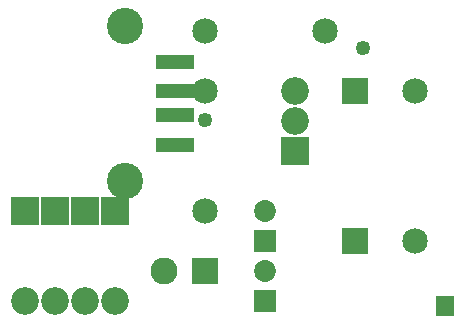
<source format=gts>
G04 MADE WITH FRITZING*
G04 WWW.FRITZING.ORG*
G04 DOUBLE SIDED*
G04 HOLES PLATED*
G04 CONTOUR ON CENTER OF CONTOUR VECTOR*
%ASAXBY*%
%FSLAX23Y23*%
%MOIN*%
%OFA0B0*%
%SFA1.0B1.0*%
%ADD10C,0.121000*%
%ADD11C,0.092000*%
%ADD12C,0.090000*%
%ADD13C,0.085000*%
%ADD14C,0.072992*%
%ADD15C,0.049370*%
%ADD16R,0.128110X0.045433*%
%ADD17R,0.092000X0.092000*%
%ADD18R,0.090000X0.090000*%
%ADD19R,0.085000X0.085000*%
%ADD20R,0.072992X0.072992*%
%ADD21R,0.060000X0.035000*%
%LNMASK1*%
G90*
G70*
G54D10*
X479Y467D03*
X479Y984D03*
X479Y467D03*
X479Y984D03*
G54D11*
X1044Y565D03*
X1044Y665D03*
X1044Y765D03*
G54D12*
X744Y165D03*
X607Y165D03*
G54D11*
X444Y365D03*
X444Y67D03*
X344Y365D03*
X344Y67D03*
X244Y365D03*
X244Y67D03*
X144Y365D03*
X144Y67D03*
G54D13*
X1244Y265D03*
X1444Y265D03*
X1244Y765D03*
X1444Y765D03*
G54D14*
X944Y267D03*
X944Y365D03*
X944Y67D03*
X944Y165D03*
G54D13*
X744Y965D03*
X1144Y965D03*
X744Y365D03*
X744Y765D03*
G54D15*
X744Y670D03*
X1272Y910D03*
G54D16*
X644Y765D03*
X644Y863D03*
X644Y686D03*
X644Y588D03*
G54D17*
X1044Y565D03*
G54D18*
X744Y165D03*
G54D17*
X444Y366D03*
X344Y366D03*
X244Y366D03*
X144Y366D03*
G54D19*
X1244Y265D03*
X1244Y765D03*
G54D20*
X944Y267D03*
X944Y67D03*
G54D21*
X1544Y65D03*
X1544Y33D03*
G04 End of Mask1*
M02*
</source>
